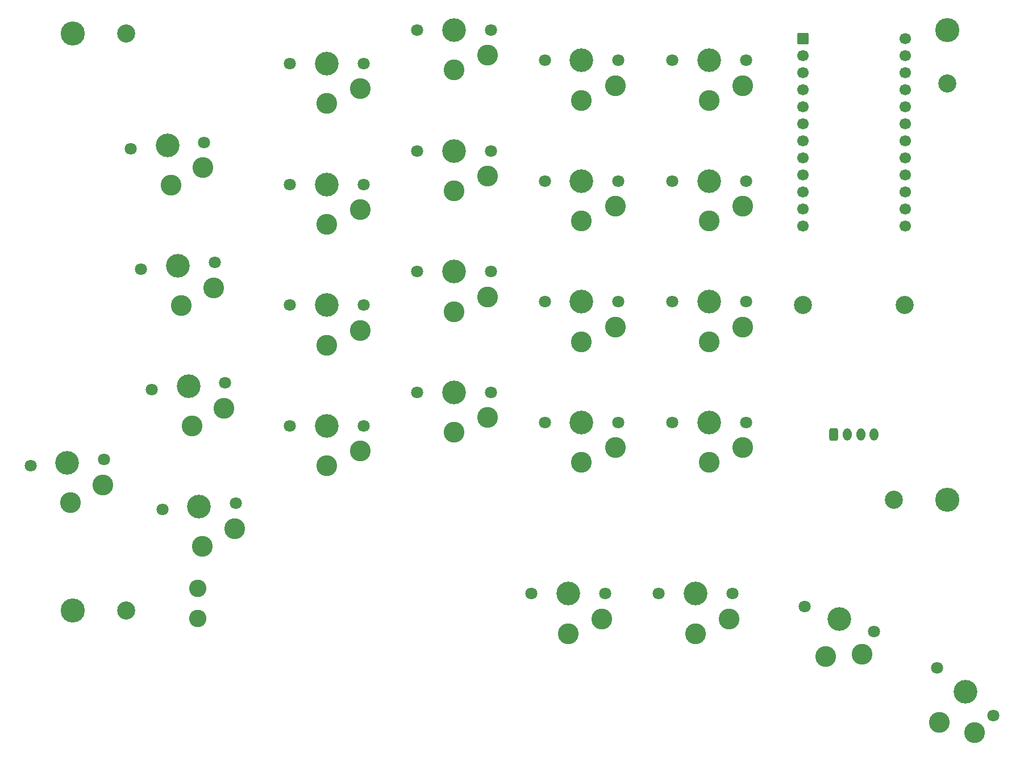
<source format=gbs>
G04 #@! TF.GenerationSoftware,KiCad,Pcbnew,8.0.5*
G04 #@! TF.CreationDate,2024-11-21T21:23:03+01:00*
G04 #@! TF.ProjectId,stellar,7374656c-6c61-4722-9e6b-696361645f70,rev?*
G04 #@! TF.SameCoordinates,Original*
G04 #@! TF.FileFunction,Soldermask,Bot*
G04 #@! TF.FilePolarity,Negative*
%FSLAX46Y46*%
G04 Gerber Fmt 4.6, Leading zero omitted, Abs format (unit mm)*
G04 Created by KiCad (PCBNEW 8.0.5) date 2024-11-21 21:23:03*
%MOMM*%
%LPD*%
G01*
G04 APERTURE LIST*
G04 Aperture macros list*
%AMRoundRect*
0 Rectangle with rounded corners*
0 $1 Rounding radius*
0 $2 $3 $4 $5 $6 $7 $8 $9 X,Y pos of 4 corners*
0 Add a 4 corners polygon primitive as box body*
4,1,4,$2,$3,$4,$5,$6,$7,$8,$9,$2,$3,0*
0 Add four circle primitives for the rounded corners*
1,1,$1+$1,$2,$3*
1,1,$1+$1,$4,$5*
1,1,$1+$1,$6,$7*
1,1,$1+$1,$8,$9*
0 Add four rect primitives between the rounded corners*
20,1,$1+$1,$2,$3,$4,$5,0*
20,1,$1+$1,$4,$5,$6,$7,0*
20,1,$1+$1,$6,$7,$8,$9,0*
20,1,$1+$1,$8,$9,$2,$3,0*%
G04 Aperture macros list end*
%ADD10C,2.700000*%
%ADD11C,3.600000*%
%ADD12RoundRect,0.050000X-0.800000X0.800000X-0.800000X-0.800000X0.800000X-0.800000X0.800000X0.800000X0*%
%ADD13C,1.700000*%
%ADD14C,2.600000*%
%ADD15C,1.801800*%
%ADD16C,3.529000*%
%ADD17C,3.100000*%
%ADD18RoundRect,0.270833X-0.379167X-0.654167X0.379167X-0.654167X0.379167X0.654167X-0.379167X0.654167X0*%
%ADD19O,1.300000X1.850000*%
G04 APERTURE END LIST*
D10*
X190003100Y-82775693D03*
D11*
X211541800Y-41774900D03*
D10*
X89203100Y-128293600D03*
D12*
X190010000Y-43064193D03*
D13*
X190010000Y-45604193D03*
X190010000Y-48144193D03*
X190010000Y-50684193D03*
X190010000Y-53224193D03*
X190010000Y-55764193D03*
X190010000Y-58304193D03*
X190010000Y-60844193D03*
X190010000Y-63384193D03*
X190010000Y-65924193D03*
X190010000Y-68464193D03*
X190010000Y-71004193D03*
X205250000Y-71004193D03*
X205250000Y-68464193D03*
X205250000Y-65924193D03*
X205250000Y-63384193D03*
X205250000Y-60844193D03*
X205250000Y-58304193D03*
X205250000Y-55764193D03*
X205250000Y-53224193D03*
X205250000Y-50684193D03*
X205250000Y-48144193D03*
X205250000Y-45604193D03*
X205250000Y-43064193D03*
D14*
X99892802Y-129527605D03*
D10*
X205203100Y-82775693D03*
D11*
X211541800Y-111774900D03*
D10*
X203541800Y-111774900D03*
D14*
X99892802Y-124977605D03*
D10*
X211541800Y-49774900D03*
X89203100Y-42323600D03*
D15*
X151548634Y-64297840D03*
D16*
X157048634Y-64297840D03*
D17*
X157048634Y-70247840D03*
X162048634Y-68047840D03*
D15*
X162548634Y-64297840D03*
D11*
X81203100Y-42323600D03*
D15*
X113548634Y-100797840D03*
D16*
X119048634Y-100797840D03*
D17*
X119048634Y-106747840D03*
X124048634Y-104547840D03*
D15*
X124548634Y-100797840D03*
X113548634Y-82797840D03*
D16*
X119048634Y-82797840D03*
D17*
X119048634Y-88747840D03*
X124048634Y-86547840D03*
D15*
X124548634Y-82797840D03*
X151548634Y-100297840D03*
D16*
X157048634Y-100297840D03*
D17*
X157048634Y-106247840D03*
X162048634Y-104047840D03*
D15*
X162548634Y-100297840D03*
D18*
X194630000Y-102034193D03*
D19*
X196630000Y-102034193D03*
X198630000Y-102034193D03*
X200630000Y-102034193D03*
D15*
X170548634Y-82297840D03*
D16*
X176048634Y-82297840D03*
D17*
X176048634Y-88247840D03*
X181048634Y-86047840D03*
D15*
X181548634Y-82297840D03*
X74927187Y-106764359D03*
D16*
X80406258Y-106285002D03*
D17*
X80924835Y-112212360D03*
X85714069Y-109584953D03*
D15*
X85885329Y-105805645D03*
D11*
X81203100Y-128293600D03*
D15*
X170548634Y-100297840D03*
D16*
X176048634Y-100297840D03*
D17*
X176048634Y-106247840D03*
X181048634Y-104047840D03*
D15*
X181548634Y-100297840D03*
X113548634Y-46797840D03*
D16*
X119048634Y-46797840D03*
D17*
X119048634Y-52747840D03*
X124048634Y-50547840D03*
D15*
X124548634Y-46797840D03*
X170548634Y-46297840D03*
D16*
X176048634Y-46297840D03*
D17*
X176048634Y-52247840D03*
X181048634Y-50047840D03*
D15*
X181548634Y-46297840D03*
X89863154Y-59482682D03*
D16*
X95342225Y-59003325D03*
D17*
X95860802Y-64930683D03*
X100650036Y-62303276D03*
D15*
X100821296Y-58523968D03*
X132548634Y-41797840D03*
D16*
X138048634Y-41797840D03*
D17*
X138048634Y-47747840D03*
X143048634Y-45547840D03*
D15*
X143548634Y-41797840D03*
X209998469Y-136880673D03*
D16*
X214211713Y-140416005D03*
D17*
X210387127Y-144973969D03*
X215631482Y-146502610D03*
D15*
X218424957Y-143951337D03*
X113548634Y-64797840D03*
D16*
X119048634Y-64797840D03*
D17*
X119048634Y-70747840D03*
X124048634Y-68547840D03*
D15*
X124548634Y-64797840D03*
X151548634Y-46297840D03*
D16*
X157048634Y-46297840D03*
D17*
X157048634Y-52247840D03*
X162048634Y-50047840D03*
D15*
X162548634Y-46297840D03*
X149548634Y-125797840D03*
D16*
X155048634Y-125797840D03*
D17*
X155048634Y-131747840D03*
X160048634Y-129547840D03*
D15*
X160548634Y-125797840D03*
X168548634Y-125797840D03*
D16*
X174048634Y-125797840D03*
D17*
X174048634Y-131747840D03*
X179048634Y-129547840D03*
D15*
X179548634Y-125797840D03*
X91431957Y-77414187D03*
D16*
X96911028Y-76934830D03*
D17*
X97429605Y-82862188D03*
X102218839Y-80234781D03*
D15*
X102390099Y-76455473D03*
X190250653Y-127684894D03*
D16*
X195418962Y-129566005D03*
D17*
X193383942Y-135157176D03*
X198834850Y-134799953D03*
D15*
X200587271Y-131447116D03*
X132548634Y-77797840D03*
D16*
X138048634Y-77797840D03*
D17*
X138048634Y-83747840D03*
X143048634Y-81547840D03*
D15*
X143548634Y-77797840D03*
X93000760Y-95345692D03*
D16*
X98479831Y-94866335D03*
D17*
X98998408Y-100793693D03*
X103787642Y-98166286D03*
D15*
X103958902Y-94386978D03*
X151548634Y-82297840D03*
D16*
X157048634Y-82297840D03*
D17*
X157048634Y-88247840D03*
X162048634Y-86047840D03*
D15*
X162548634Y-82297840D03*
X94569563Y-113277197D03*
D16*
X100048634Y-112797840D03*
D17*
X100567211Y-118725198D03*
X105356445Y-116097791D03*
D15*
X105527705Y-112318483D03*
X170548634Y-64297840D03*
D16*
X176048634Y-64297840D03*
D17*
X176048634Y-70247840D03*
X181048634Y-68047840D03*
D15*
X181548634Y-64297840D03*
X132548634Y-95797840D03*
D16*
X138048634Y-95797840D03*
D17*
X138048634Y-101747840D03*
X143048634Y-99547840D03*
D15*
X143548634Y-95797840D03*
X132548634Y-59797840D03*
D16*
X138048634Y-59797840D03*
D17*
X138048634Y-65747840D03*
X143048634Y-63547840D03*
D15*
X143548634Y-59797840D03*
M02*

</source>
